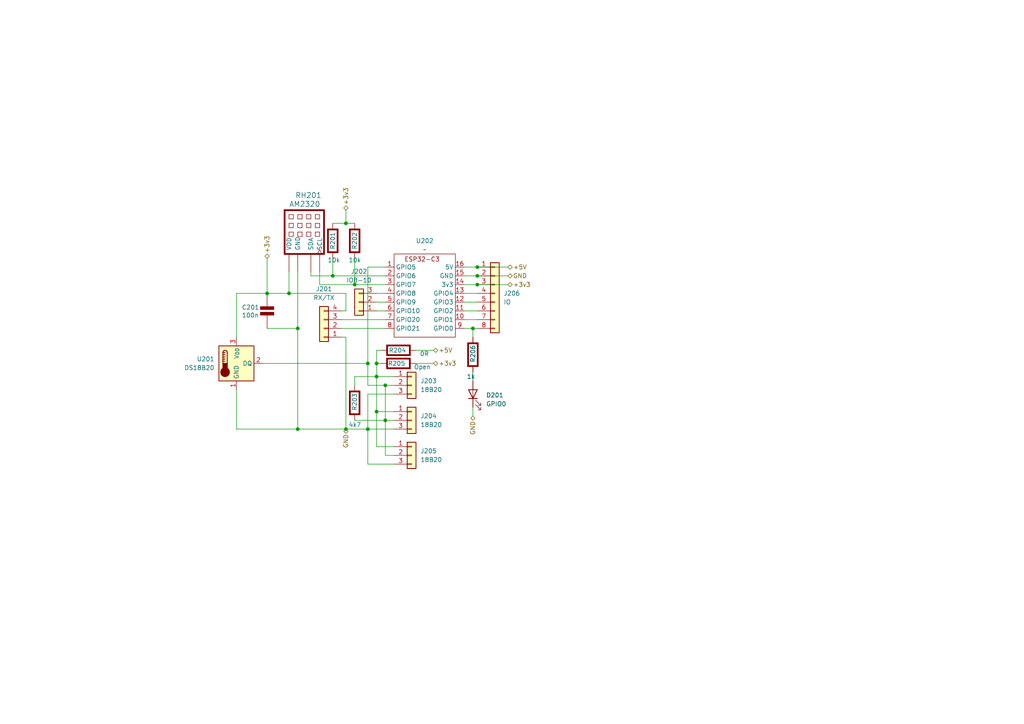
<source format=kicad_sch>
(kicad_sch (version 20231120) (generator "eeschema") (generator_version "8.0")
  (paper "A4")
  (lib_symbols
    (symbol "Connector_Generic:Conn_01x08" (pin_names (offset 1.016) hide)
      (property "Reference" "J" (at 0 10.16 0))
      (property "Value" "Conn_01x08" (at 0 -12.7 0))
      (symbol "Conn_01x08_1_1"
        (rectangle (start -1.27 -10.033) (end 0 -10.287) (stroke (width 0.1524)))
        (rectangle (start -1.27 -7.493) (end 0 -7.747) (stroke (width 0.1524)))
        (rectangle (start -1.27 -4.953) (end 0 -5.207) (stroke (width 0.1524)))
        (rectangle (start -1.27 -2.413) (end 0 -2.667) (stroke (width 0.1524)))
        (rectangle (start -1.27 0.127) (end 0 -0.127) (stroke (width 0.1524)))
        (rectangle (start -1.27 2.667) (end 0 2.413) (stroke (width 0.1524)))
        (rectangle (start -1.27 5.207) (end 0 4.953) (stroke (width 0.1524)))
        (rectangle (start -1.27 7.747) (end 0 7.493) (stroke (width 0.1524)))
        (rectangle (start -1.27 8.89) (end 1.27 -11.43) (stroke (width 0.254)) (fill (type background)))
        (pin passive line (at -5.08 7.62 0) (length 3.81) (name "Pin_1") (number "1"))
        (pin passive line (at -5.08 5.08 0) (length 3.81) (name "Pin_2") (number "2"))
        (pin passive line (at -5.08 2.54 0) (length 3.81) (name "Pin_3") (number "3"))
        (pin passive line (at -5.08 0 0) (length 3.81) (name "Pin_4") (number "4"))
        (pin passive line (at -5.08 -2.54 0) (length 3.81) (name "Pin_5") (number "5"))
        (pin passive line (at -5.08 -5.08 0) (length 3.81) (name "Pin_6") (number "6"))
        (pin passive line (at -5.08 -7.62 0) (length 3.81) (name "Pin_7") (number "7"))
        (pin passive line (at -5.08 -10.16 0) (length 3.81) (name "Pin_8") (number "8"))
      )
    )
    (symbol "Device:LED" (pin_numbers hide) (pin_names (offset 1.016) hide)
      (property "Reference" "D" (at 0 2.54 0))
      (property "Value" "LED" (at 0 -2.54 0))
      (symbol "LED_0_1"
        (polyline (pts (xy -1.27 -1.27) (xy -1.27 1.27)) (stroke (width 0.254)))
        (polyline (pts (xy -1.27 0) (xy 1.27 0)))
        (polyline (pts (xy 1.27 -1.27) (xy 1.27 1.27) (xy -1.27 0) (xy 1.27 -1.27)) (stroke (width 0.254)))
        (polyline (pts (xy -3.048 -0.762) (xy -4.572 -2.286) (xy -3.81 -2.286) (xy -4.572 -2.286) (xy -4.572 -1.524)))
        (polyline (pts (xy -1.778 -0.762) (xy -3.302 -2.286) (xy -2.54 -2.286) (xy -3.302 -2.286) (xy -3.302 -1.524)))
      )
      (symbol "LED_1_1"
        (pin passive line (at -3.81 0 0) (length 2.54) (name "K") (number "1"))
        (pin passive line (at 3.81 0 180) (length 2.54) (name "A") (number "2"))
      )
    )
    (symbol "PCM_4ms_Connector:Conn_01x03" (pin_names (offset 1.016) hide)
      (property "Reference" "J" (at 0 5.08 0))
      (property "Value" "Conn_01x03" (at 0 -5.08 0))
      (symbol "Conn_01x03_1_1"
        (rectangle (start -1.27 -2.413) (end 0 -2.667) (stroke (width 0.1524)))
        (rectangle (start -1.27 0.127) (end 0 -0.127) (stroke (width 0.1524)))
        (rectangle (start -1.27 2.667) (end 0 2.413) (stroke (width 0.1524)))
        (rectangle (start -1.27 3.81) (end 1.27 -3.81) (stroke (width 0.254)) (fill (type background)))
        (pin passive line (at -5.08 2.54 0) (length 3.81) (name "Pin_1") (number "1"))
        (pin passive line (at -5.08 0 0) (length 3.81) (name "Pin_2") (number "2"))
        (pin passive line (at -5.08 -2.54 0) (length 3.81) (name "Pin_3") (number "3"))
      )
    )
    (symbol "PCM_4ms_Connector:Conn_01x04" (pin_names (offset 1.016) hide)
      (property "Reference" "J" (at 0 5.08 0))
      (property "Value" "Conn_01x04" (at 0 -7.62 0))
      (symbol "Conn_01x04_1_1"
        (rectangle (start -1.27 -4.953) (end 0 -5.207) (stroke (width 0.1524)))
        (rectangle (start -1.27 -2.413) (end 0 -2.667) (stroke (width 0.1524)))
        (rectangle (start -1.27 0.127) (end 0 -0.127) (stroke (width 0.1524)))
        (rectangle (start -1.27 2.667) (end 0 2.413) (stroke (width 0.1524)))
        (rectangle (start -1.27 3.81) (end 1.27 -6.35) (stroke (width 0.254)) (fill (type background)))
        (pin passive line (at -5.08 2.54 0) (length 3.81) (name "Pin_1") (number "1"))
        (pin passive line (at -5.08 0 0) (length 3.81) (name "Pin_2") (number "2"))
        (pin passive line (at -5.08 -2.54 0) (length 3.81) (name "Pin_3") (number "3"))
        (pin passive line (at -5.08 -5.08 0) (length 3.81) (name "Pin_4") (number "4"))
      )
    )
    (symbol "PCM_Elektuur:C" (pin_numbers hide) (pin_names (offset 0) hide)
      (property "Reference" "C" (at 0.635 3.175 0))
      (property "Value" "C" (at 0.635 -3.175 0))
      (symbol "C_1_1"
        (rectangle (start -1.905 -0.4318) (end 1.905 -1.1938) (stroke (width 0.254)) (fill (type outline)))
        (rectangle (start -1.905 1.1938) (end 1.905 0.4318) (stroke (width 0.254)) (fill (type outline)))
        (pin passive line (at 0 5.08 270) (length 3.8862) (name "+") (number "1"))
        (pin passive line (at 0 -5.08 90) (length 3.8862) (name "-") (number "2"))
      )
      (symbol "C_1_2"
        (polyline (pts (xy -1.905 -1.4986) (xy 1.905 -1.4986) (xy 1.905 -0.4318) (xy -1.905 -0.4318) (xy -1.905 -1.4986) (xy -1.8034 -1.397) (xy -1.8034 -0.5334) (xy 1.8034 -0.5334) (xy 1.8034 -1.397) (xy -1.8034 -1.397) (xy -1.905 -1.4986)) (stroke (width 0.254)) (fill (type outline)))
        (polyline (pts (xy -1.905 0.4318) (xy 1.905 0.4318) (xy 1.905 1.4986) (xy -1.905 1.4986) (xy -1.905 0.4318) (xy -1.8034 0.5334) (xy -1.8034 1.397) (xy 1.8034 1.397) (xy 1.8034 0.5334) (xy -1.8034 0.5334) (xy -1.905 0.4318)) (stroke (width 0.254)) (fill (type outline)))
        (pin passive line (at 0 5.08 270) (length 3.5814) (name "+") (number "1"))
        (pin passive line (at 0 -5.08 90) (length 3.5814) (name "-") (number "2"))
      )
    )
    (symbol "PCM_Elektuur:R" (pin_numbers hide) (pin_names (offset 0) hide)
      (property "Reference" "R" (at 2.54 3.175 0))
      (property "Value" "R" (at 0 0 90))
      (symbol "R_1_1"
        (polyline (pts (xy -1.524 -3.429) (xy 1.524 -3.429) (xy 1.524 3.429) (xy -1.524 3.429) (xy -1.524 -3.429) (xy -1.27 -3.175) (xy -1.27 3.175) (xy 1.27 3.175) (xy 1.27 -3.175) (xy -1.27 -3.175) (xy -1.524 -3.429)) (stroke (width 0.254)) (fill (type outline)))
        (pin passive line (at 0 5.08 270) (length 1.651) (name "+") (number "1"))
        (pin passive line (at 0 -5.08 90) (length 1.651) (name "-") (number "2"))
      )
      (symbol "R_1_2"
        (polyline (pts (xy -0.508 -3.429) (xy 1.524 -3.429) (xy 1.524 3.429) (xy -0.508 3.429) (xy -0.508 3.175) (xy 1.27 3.175) (xy 1.27 -3.175) (xy -0.508 -3.175) (xy -0.508 -3.429)) (stroke (width 0.254)) (fill (type outline)))
        (pin passive line (at 0 5.08 270) (length 1.651) (name "+") (number "1"))
        (pin passive line (at 0 -5.08 90) (length 1.651) (name "-") (number "2"))
      )
      (symbol "R_1_3"
        (polyline (pts (xy 0 3.4798) (xy 0 3.2004) (xy 0.7112 2.794) (xy -1.1938 1.6764) (xy 0.7112 0.5588) (xy -1.1938 -0.5588) (xy 0.7112 -1.6764) (xy -1.1938 -2.794) (xy 0 -3.4798) (xy 0 -3.2004) (xy -0.7112 -2.794) (xy 1.1938 -1.6764) (xy -0.7112 -0.5588) (xy 1.1938 0.5588) (xy -0.7112 1.6764) (xy 1.1938 2.794) (xy 0 3.4798)) (stroke (width 0.254)) (fill (type outline)))
        (pin passive line (at 0 5.08 270) (length 1.6002) (name "+") (number "1"))
        (pin passive line (at 0 -5.08 90) (length 1.6002) (name "-") (number "2"))
      )
      (symbol "R_1_4"
        (polyline (pts (xy 0 4.5466) (xy 0 4.2672) (xy 0.0508 4.2418) (xy 1.016 3.683) (xy -1.524 2.2098) (xy 1.016 0.7366) (xy -1.524 -0.7366) (xy 1.016 -2.2098) (xy -1.524 -3.683) (xy -0.0762 -4.5212) (xy 0 -4.5466) (xy 0 -4.2672) (xy -0.0508 -4.2418) (xy -1.016 -3.683) (xy 1.524 -2.2098) (xy -1.016 -0.7366) (xy 1.524 0.7366) (xy -1.016 2.2098) (xy 1.524 3.683) (xy 0.0762 4.5212) (xy 0 4.5466)) (stroke (width 0.254)) (fill (type outline)))
        (pin passive line (at 0 5.08 270) (length 0.5334) (name "+") (number "1"))
        (pin passive line (at 0 -5.08 90) (length 0.5334) (name "-") (number "2"))
      )
    )
    (symbol "Sensor_Temperature:DS18B20"
      (property "Reference" "U" (at -3.81 6.35 0))
      (property "Value" "DS18B20" (at 6.35 6.35 0))
      (symbol "DS18B20_0_1"
        (rectangle (start -5.08 5.08) (end 5.08 -5.08) (stroke (width 0.254)) (fill (type background)))
        (circle (center -3.302 -2.54) (radius 1.27) (stroke (width 0.254)) (fill (type outline)))
        (rectangle (start -2.667 -1.905) (end -3.937 0) (stroke (width 0.254)) (fill (type outline)))
        (arc (start -2.667 3.175) (mid -3.302 3.8073) (end -3.937 3.175) (stroke (width 0.254)))
        (polyline (pts (xy -3.937 0.635) (xy -3.302 0.635)) (stroke (width 0.254)))
        (polyline (pts (xy -3.937 1.27) (xy -3.302 1.27)) (stroke (width 0.254)))
        (polyline (pts (xy -3.937 1.905) (xy -3.302 1.905)) (stroke (width 0.254)))
        (polyline (pts (xy -3.937 2.54) (xy -3.302 2.54)) (stroke (width 0.254)))
        (polyline (pts (xy -3.937 3.175) (xy -3.937 0)) (stroke (width 0.254)))
        (polyline (pts (xy -3.937 3.175) (xy -3.302 3.175)) (stroke (width 0.254)))
        (polyline (pts (xy -2.667 3.175) (xy -2.667 0)) (stroke (width 0.254)))
      )
      (symbol "DS18B20_1_1"
        (pin power_in line (at 0 -7.62 90) (length 2.54) (name "GND") (number "1"))
        (pin bidirectional line (at 7.62 0 180) (length 2.54) (name "DQ") (number "2"))
        (pin power_in line (at 0 7.62 270) (length 2.54) (name "V_{DD}") (number "3"))
      )
    )
    (symbol "nosuz:AM2320" (pin_numbers hide) (pin_names (offset 1.016))
      (property "Reference" "RH" (at 0 11.43 0))
      (property "Value" "AM2320" (at -6.35 3.81 90))
      (symbol "AM2320_0_1"
        (rectangle (start -3.81 3.81) (end -2.54 2.54))
        (rectangle (start -3.81 6.35) (end -2.54 5.08))
        (rectangle (start -3.81 8.89) (end -2.54 7.62))
        (rectangle (start -1.27 3.81) (end 0 2.54))
        (rectangle (start -1.27 6.35) (end 0 5.08))
        (rectangle (start -1.27 8.89) (end 0 7.62))
        (rectangle (start 1.27 3.81) (end 2.54 2.54))
        (rectangle (start 1.27 6.35) (end 2.54 5.08))
        (rectangle (start 1.27 8.89) (end 2.54 7.62))
        (rectangle (start 3.81 3.81) (end 5.08 2.54))
        (rectangle (start 3.81 6.35) (end 5.08 5.08))
        (rectangle (start 3.81 8.89) (end 5.08 7.62))
        (rectangle (start 6.35 -2.54) (end -5.08 10.16) (stroke (width 0.508)))
      )
      (symbol "AM2320_1_1"
        (pin passive line (at -3.81 -7.62 90) (length 5.08) (name "VDD") (number "1"))
        (pin bidirectional line (at 2.54 -7.62 90) (length 5.08) (name "SDA") (number "2"))
        (pin passive line (at -1.27 -7.62 90) (length 5.08) (name "GND") (number "3"))
        (pin input clock (at 5.08 -7.62 90) (length 5.08) (name "SCL") (number "4"))
      )
    )
    (symbol "wemos_mini:ESP32-C3_SuperMini"
      (property "Reference" "U" (at 0 2.286 0))
      (symbol "ESP32-C3_SuperMini_0_1"
        (rectangle (start -8.89 1.27) (end 8.89 -22.86))
      )
      (symbol "ESP32-C3_SuperMini_1_1"
        (text "ESP32-C3" (at -0.762 -0.254 0) (effects (font (size 1.27 1.27))))
        (pin bidirectional line (at -11.43 -2.54 0) (length 2.54) (name "GPIO5") (number "1"))
        (pin bidirectional line (at 11.43 -17.78 180) (length 2.54) (name "GPIO1") (number "10"))
        (pin bidirectional line (at 11.43 -15.24 180) (length 2.54) (name "GPIO2") (number "11"))
        (pin bidirectional line (at 11.43 -12.7 180) (length 2.54) (name "GPIO3") (number "12"))
        (pin power_out line (at 11.43 -10.16 180) (length 2.54) (name "GPIO4") (number "13"))
        (pin power_out line (at 11.43 -7.62 180) (length 2.54) (name "3v3") (number "14"))
        (pin power_in line (at 11.43 -5.08 180) (length 2.54) (name "GND") (number "15"))
        (pin power_in line (at 11.43 -2.54 180) (length 2.54) (name "5V") (number "16"))
        (pin bidirectional line (at -11.43 -5.08 0) (length 2.54) (name "GPIO6") (number "2"))
        (pin bidirectional line (at -11.43 -7.62 0) (length 2.54) (name "GPIO7") (number "3"))
        (pin bidirectional line (at -11.43 -10.16 0) (length 2.54) (name "GPIO8") (number "4"))
        (pin bidirectional line (at -11.43 -12.7 0) (length 2.54) (name "GPIO9") (number "5"))
        (pin bidirectional line (at -11.43 -15.24 0) (length 2.54) (name "GPIO10") (number "6"))
        (pin bidirectional line (at -11.43 -17.78 0) (length 2.54) (name "GPIO20") (number "7"))
        (pin bidirectional line (at -11.43 -20.32 0) (length 2.54) (name "GPIO21") (number "8"))
        (pin bidirectional line (at 11.43 -20.32 180) (length 2.54) (name "GPIO0") (number "9"))
      )
    )
  )
  (junction (at 109.22 119.38))
  (junction (at 109.22 105.41))
  (junction (at 86.36 95.25))
  (junction (at 106.68 124.46))
  (junction (at 96.52 80.01))
  (junction (at 109.22 109.22))
  (junction (at 83.82 85.09))
  (junction (at 138.43 82.55))
  (junction (at 137.16 95.25))
  (junction (at 138.43 80.01))
  (junction (at 138.43 77.47))
  (junction (at 77.47 85.09))
  (junction (at 111.76 111.76))
  (junction (at 102.87 82.55))
  (junction (at 106.68 105.41))
  (junction (at 100.33 64.77))
  (junction (at 86.36 124.46))
  (junction (at 100.33 124.46))
  (junction (at 111.76 121.92))
  (wire (pts (xy 134.62 87.63) (xy 138.43 87.63)))
  (wire (pts (xy 109.22 101.6) (xy 109.22 105.41)))
  (wire (pts (xy 111.76 111.76) (xy 106.68 111.76)))
  (wire (pts (xy 134.62 77.47) (xy 138.43 77.47)))
  (wire (pts (xy 137.16 107.95) (xy 137.16 110.49)))
  (wire (pts (xy 134.62 82.55) (xy 138.43 82.55)))
  (wire (pts (xy 83.82 78.74) (xy 83.82 85.09)))
  (wire (pts (xy 86.36 78.74) (xy 86.36 95.25)))
  (wire (pts (xy 109.22 109.22) (xy 114.3 109.22)))
  (wire (pts (xy 138.43 77.47) (xy 147.32 77.47)))
  (wire (pts (xy 102.87 121.92) (xy 111.76 121.92)))
  (wire (pts (xy 125.73 101.6) (xy 120.65 101.6)))
  (wire (pts (xy 109.22 119.38) (xy 109.22 109.22)))
  (wire (pts (xy 114.3 124.46) (xy 106.68 124.46)))
  (wire (pts (xy 68.58 85.09) (xy 77.47 85.09)))
  (wire (pts (xy 77.47 74.93) (xy 77.47 85.09)))
  (wire (pts (xy 106.68 111.76) (xy 106.68 105.41)))
  (wire (pts (xy 134.62 80.01) (xy 138.43 80.01)))
  (wire (pts (xy 106.68 134.62) (xy 106.68 124.46)))
  (wire (pts (xy 86.36 95.25) (xy 86.36 124.46)))
  (wire (pts (xy 90.17 80.01) (xy 90.17 78.74)))
  (wire (pts (xy 99.06 97.79) (xy 100.33 97.79)))
  (wire (pts (xy 102.87 74.93) (xy 102.87 82.55)))
  (wire (pts (xy 137.16 95.25) (xy 137.16 97.79)))
  (wire (pts (xy 106.68 124.46) (xy 106.68 114.3)))
  (wire (pts (xy 68.58 113.03) (xy 68.58 124.46)))
  (wire (pts (xy 111.76 132.08) (xy 111.76 121.92)))
  (wire (pts (xy 100.33 124.46) (xy 106.68 124.46)))
  (wire (pts (xy 86.36 124.46) (xy 100.33 124.46)))
  (wire (pts (xy 92.71 82.55) (xy 102.87 82.55)))
  (wire (pts (xy 111.76 121.92) (xy 111.76 111.76)))
  (wire (pts (xy 137.16 95.25) (xy 138.43 95.25)))
  (wire (pts (xy 106.68 114.3) (xy 114.3 114.3)))
  (wire (pts (xy 114.3 119.38) (xy 109.22 119.38)))
  (wire (pts (xy 109.22 105.41) (xy 110.49 105.41)))
  (wire (pts (xy 77.47 85.09) (xy 83.82 85.09)))
  (wire (pts (xy 106.68 105.41) (xy 106.68 77.47)))
  (wire (pts (xy 111.76 87.63) (xy 109.22 87.63)))
  (wire (pts (xy 109.22 109.22) (xy 102.87 109.22)))
  (wire (pts (xy 100.33 64.77) (xy 102.87 64.77)))
  (wire (pts (xy 68.58 97.79) (xy 68.58 85.09)))
  (wire (pts (xy 100.33 60.96) (xy 100.33 64.77)))
  (wire (pts (xy 96.52 64.77) (xy 100.33 64.77)))
  (wire (pts (xy 134.62 95.25) (xy 137.16 95.25)))
  (wire (pts (xy 99.06 92.71) (xy 111.76 92.71)))
  (wire (pts (xy 137.16 120.65) (xy 137.16 118.11)))
  (wire (pts (xy 100.33 85.09) (xy 100.33 90.17)))
  (wire (pts (xy 111.76 121.92) (xy 114.3 121.92)))
  (wire (pts (xy 83.82 85.09) (xy 100.33 85.09)))
  (wire (pts (xy 102.87 109.22) (xy 102.87 111.76)))
  (wire (pts (xy 96.52 80.01) (xy 90.17 80.01)))
  (wire (pts (xy 92.71 82.55) (xy 92.71 78.74)))
  (wire (pts (xy 120.65 105.41) (xy 125.73 105.41)))
  (wire (pts (xy 111.76 111.76) (xy 114.3 111.76)))
  (wire (pts (xy 100.33 90.17) (xy 99.06 90.17)))
  (wire (pts (xy 106.68 77.47) (xy 111.76 77.47)))
  (wire (pts (xy 111.76 80.01) (xy 96.52 80.01)))
  (wire (pts (xy 96.52 74.93) (xy 96.52 80.01)))
  (wire (pts (xy 111.76 90.17) (xy 109.22 90.17)))
  (wire (pts (xy 138.43 82.55) (xy 147.32 82.55)))
  (wire (pts (xy 138.43 80.01) (xy 147.32 80.01)))
  (wire (pts (xy 134.62 90.17) (xy 138.43 90.17)))
  (wire (pts (xy 110.49 101.6) (xy 109.22 101.6)))
  (wire (pts (xy 114.3 129.54) (xy 109.22 129.54)))
  (wire (pts (xy 99.06 95.25) (xy 111.76 95.25)))
  (wire (pts (xy 68.58 124.46) (xy 86.36 124.46)))
  (wire (pts (xy 109.22 129.54) (xy 109.22 119.38)))
  (wire (pts (xy 77.47 95.25) (xy 86.36 95.25)))
  (wire (pts (xy 100.33 97.79) (xy 100.33 124.46)))
  (wire (pts (xy 111.76 85.09) (xy 109.22 85.09)))
  (wire (pts (xy 134.62 92.71) (xy 138.43 92.71)))
  (wire (pts (xy 109.22 105.41) (xy 109.22 109.22)))
  (wire (pts (xy 102.87 82.55) (xy 111.76 82.55)))
  (wire (pts (xy 114.3 132.08) (xy 111.76 132.08)))
  (wire (pts (xy 76.2 105.41) (xy 106.68 105.41)))
  (wire (pts (xy 106.68 134.62) (xy 114.3 134.62)))
  (wire (pts (xy 134.62 85.09) (xy 138.43 85.09)))
  (hierarchical_label "+5V" (shape bidirectional) (at 125.73 101.6 0))
  (hierarchical_label "GND" (shape bidirectional) (at 137.16 120.65 270))
  (hierarchical_label "GND" (shape bidirectional) (at 100.33 124.46 270))
  (hierarchical_label "+3v3" (shape bidirectional) (at 125.73 105.41 0))
  (hierarchical_label "+3v3" (shape bidirectional) (at 100.33 60.96 90))
  (hierarchical_label "+5V" (shape bidirectional) (at 147.32 77.47 0))
  (hierarchical_label "GND" (shape bidirectional) (at 147.32 80.01 0))
  (hierarchical_label "+3v3" (shape bidirectional) (at 77.47 74.93 90))
  (hierarchical_label "+3v3" (shape bidirectional) (at 147.32 82.55 0))
  (symbol (lib_id "PCM_Elektuur:R") (at 115.57 105.41 90) (unit 1)
    (property "Reference" "R205" (at 117.602 105.41 90) (effects (justify left)))
    (property "Value" "Open" (at 124.968 106.426 90) (effects (justify left)))
    (property "Footprint" "Resistor_SMD:R_0805_2012Metric" (effects (hide yes)))
    (property "Description" "resistor" (effects (hide yes)))
    (property "Indicator" "+" (effects (hide yes)))
    (property "Rating" "W" (effects (hide yes)))
  )
  (symbol (lib_id "PCM_Elektuur:R") (at 96.52 69.85 0) (unit 1)
    (property "Reference" "R201" (at 96.52 72.39 90) (effects (justify left)))
    (property "Value" "10k" (at 94.996 75.438 0) (effects (justify left)))
    (property "Footprint" "Resistor_SMD:R_0805_2012Metric" (effects (hide yes)))
    (property "Description" "resistor" (effects (hide yes)))
    (property "Indicator" "+" (effects (hide yes)))
    (property "Rating" "W" (effects (hide yes)))
  )
  (symbol (lib_id "Device:LED") (at 137.16 114.3 90) (unit 1)
    (property "Reference" "D201" (at 140.97 114.6174 90) (effects (justify right)))
    (property "Value" "GPIO0" (at 140.97 117.1574 90) (effects (justify right)))
    (property "Footprint" "LED_THT:LED_D3.0mm" (effects (hide yes)))
    (property "Description" "Light emitting diode" (effects (hide yes)))
  )
  (symbol (lib_id "Sensor_Temperature:DS18B20") (at 68.58 105.41 0) (unit 1)
    (property "Reference" "U201" (at 62.23 104.1399 0) (effects (justify right)))
    (property "Value" "DS18B20" (at 62.23 106.6799 0) (effects (justify right)))
    (property "Footprint" "Package_TO_SOT_THT:TO-92_Inline" (effects (hide yes)))
    (property "Datasheet" "http://datasheets.maximintegrated.com/en/ds/DS18B20.pdf" (effects (hide yes)))
    (property "Description" "Programmable Resolution 1-Wire Digital Thermometer TO-92" (effects (hide yes)))
  )
  (symbol (lib_id "PCM_Elektuur:C") (at 77.47 90.17 0) (unit 1)
    (property "Reference" "C201" (at 70.104 89.154 0) (effects (justify left)))
    (property "Value" "100n" (at 70.104 91.44 0) (effects (justify left)))
    (property "Footprint" "Capacitor_SMD:C_0805_2012Metric" (effects (hide yes)))
    (property "Description" "capacitor, non-polarized/bipolar" (effects (hide yes)))
    (property "Indicator" "+" (effects (hide yes)))
    (property "Rating" "V" (effects (hide yes)))
  )
  (symbol (lib_id "PCM_4ms_Connector:Conn_01x03") (at 119.38 121.92 0) (unit 1)
    (property "Reference" "J204" (at 121.92 120.6499 0) (effects (justify left)))
    (property "Value" "18B20" (at 121.92 123.1899 0) (effects (justify left)))
    (property "Footprint" "PCM_4ms_Connector:Pins_1x03_2.54mm_TH" (effects (hide yes)))
    (property "Description" "HEADER 1x3 MALE PINS 0.100” 180deg" (effects (hide yes)))
    (property "Specifications" "HEADER 1x3 MALE PINS 0.100” 180deg" (effects (hide yes)))
    (property "Manufacturer" "TAD" (effects (hide yes)))
    (property "Part Number" "1-0301FBV0T" (effects (hide yes)))
  )
  (symbol (lib_id "PCM_Elektuur:R") (at 102.87 69.85 0) (unit 1)
    (property "Reference" "R202" (at 102.87 72.39 90) (effects (justify left)))
    (property "Value" "10k" (at 101.092 75.438 0) (effects (justify left)))
    (property "Footprint" "Resistor_SMD:R_0805_2012Metric" (effects (hide yes)))
    (property "Description" "resistor" (effects (hide yes)))
    (property "Indicator" "+" (effects (hide yes)))
    (property "Rating" "W" (effects (hide yes)))
  )
  (symbol (lib_id "nosuz:AM2320") (at 87.63 71.12 0) (unit 1)
    (property "Reference" "RH201" (at 85.598 56.642 0) (effects (font (size 1.524 1.524)) (justify left)))
    (property "Value" "AM2320" (at 83.82 59.182 0) (effects (font (size 1.524 1.524)) (justify left)))
    (property "Footprint" "Sensor:ASAIR_AM2302_P2.54mm_Vertical" (effects (hide yes)))
    (property "Description" "Temp and Relative Humidity Sensor" (effects (hide yes)))
  )
  (symbol (lib_id "Connector_Generic:Conn_01x08") (at 143.51 85.09 0) (unit 1)
    (property "Reference" "J206" (at 146.05 85.0899 0) (effects (justify left)))
    (property "Value" "IO" (at 146.05 87.6299 0) (effects (justify left)))
    (property "Footprint" "PCM_4ms_Connector:Pins_1x08_2.54mm_TH" (effects (hide yes)))
    (property "Description" "Generic connector, single row, 01x08, script generated (kicad-library-utils/schlib/autogen/connector/)" (effects (hide yes)))
  )
  (symbol (lib_id "PCM_Elektuur:R") (at 137.16 102.87 0) (unit 1)
    (property "Reference" "R206" (at 137.16 105.156 90) (effects (justify left)))
    (property "Value" "1k" (at 135.382 109.22 0) (effects (justify left)))
    (property "Footprint" "Resistor_SMD:R_0805_2012Metric" (effects (hide yes)))
    (property "Description" "resistor" (effects (hide yes)))
    (property "Indicator" "+" (effects (hide yes)))
    (property "Rating" "W" (effects (hide yes)))
  )
  (symbol (lib_id "PCM_4ms_Connector:Conn_01x04") (at 93.98 95.25 180) (unit 1)
    (property "Reference" "J201" (at 93.98 83.82 0))
    (property "Value" "RX/TX" (at 93.98 86.36 0))
    (property "Footprint" "PCM_4ms_Connector:Pins_1x04_2.54mm_TH" (effects (hide yes)))
    (property "Description" "HEADER 1x4 MALE PINS 0.100” 180deg" (effects (hide yes)))
    (property "Specifications" "HEADER 1x4 MALE PINS 0.100” 180deg" (effects (hide yes)))
    (property "Manufacturer" "TAD" (effects (hide yes)))
    (property "Part Number" "1-0401FBV0T" (effects (hide yes)))
  )
  (symbol (lib_id "wemos_mini:ESP32-C3_SuperMini") (at 123.19 74.93 0) (unit 1)
    (property "Reference" "U202" (at 123.19 69.85 0))
    (property "Value" "~" (at 123.19 72.39 0))
    (property "Footprint" "AJ_2024_Library:ESP32-C3-Supermini" (effects (hide yes)))
  )
  (symbol (lib_id "PCM_Elektuur:R") (at 102.87 116.84 0) (unit 1)
    (property "Reference" "R203" (at 102.87 119.126 90) (effects (justify left)))
    (property "Value" "4k7" (at 101.092 123.19 0) (effects (justify left)))
    (property "Footprint" "Resistor_SMD:R_0805_2012Metric" (effects (hide yes)))
    (property "Description" "resistor" (effects (hide yes)))
    (property "Indicator" "+" (effects (hide yes)))
    (property "Rating" "W" (effects (hide yes)))
  )
  (symbol (lib_id "PCM_4ms_Connector:Conn_01x03") (at 119.38 132.08 0) (unit 1)
    (property "Reference" "J205" (at 121.92 130.8099 0) (effects (justify left)))
    (property "Value" "18B20" (at 121.92 133.3499 0) (effects (justify left)))
    (property "Footprint" "PCM_4ms_Connector:Pins_1x03_2.54mm_TH" (effects (hide yes)))
    (property "Description" "HEADER 1x3 MALE PINS 0.100” 180deg" (effects (hide yes)))
    (property "Specifications" "HEADER 1x3 MALE PINS 0.100” 180deg" (effects (hide yes)))
    (property "Manufacturer" "TAD" (effects (hide yes)))
    (property "Part Number" "1-0301FBV0T" (effects (hide yes)))
  )
  (symbol (lib_id "PCM_4ms_Connector:Conn_01x03") (at 119.38 111.76 0) (unit 1)
    (property "Reference" "J203" (at 121.92 110.4899 0) (effects (justify left)))
    (property "Value" "18B20" (at 121.92 113.0299 0) (effects (justify left)))
    (property "Footprint" "PCM_4ms_Connector:Pins_1x03_2.54mm_TH" (effects (hide yes)))
    (property "Description" "HEADER 1x3 MALE PINS 0.100” 180deg" (effects (hide yes)))
    (property "Specifications" "HEADER 1x3 MALE PINS 0.100” 180deg" (effects (hide yes)))
    (property "Manufacturer" "TAD" (effects (hide yes)))
    (property "Part Number" "1-0301FBV0T" (effects (hide yes)))
  )
  (symbol (lib_id "PCM_4ms_Connector:Conn_01x03") (at 104.14 87.63 180) (unit 1)
    (property "Reference" "J202" (at 104.14 78.74 0))
    (property "Value" "IO8-10" (at 104.14 81.28 0))
    (property "Footprint" "PCM_4ms_Connector:Pins_1x03_2.54mm_TH" (effects (hide yes)))
    (property "Description" "HEADER 1x3 MALE PINS 0.100” 180deg" (effects (hide yes)))
    (property "Specifications" "HEADER 1x3 MALE PINS 0.100” 180deg" (effects (hide yes)))
    (property "Manufacturer" "TAD" (effects (hide yes)))
    (property "Part Number" "1-0301FBV0T" (effects (hide yes)))
  )
  (symbol (lib_id "PCM_Elektuur:R") (at 115.57 101.6 90) (unit 1)
    (property "Reference" "R204" (at 117.856 101.6 90) (effects (justify left)))
    (property "Value" "0R" (at 124.46 102.616 90) (effects (justify left)))
    (property "Footprint" "Resistor_SMD:R_0805_2012Metric" (effects (hide yes)))
    (property "Description" "resistor" (effects (hide yes)))
    (property "Indicator" "+" (effects (hide yes)))
    (property "Rating" "W" (effects (hide yes)))
  )
)
</source>
